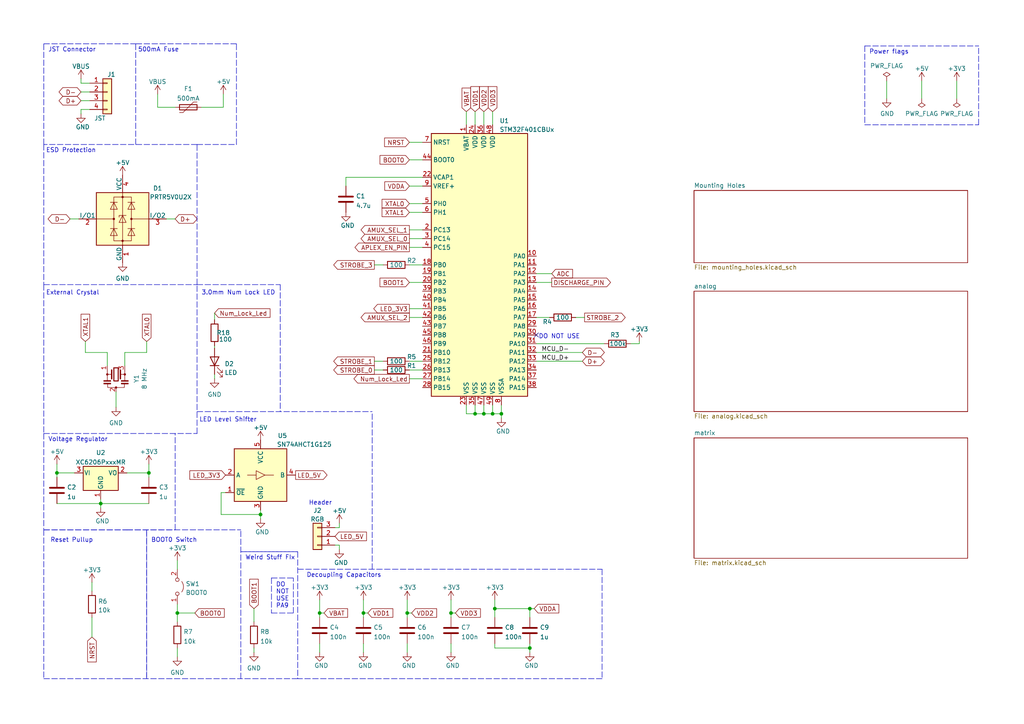
<source format=kicad_sch>
(kicad_sch (version 20211123) (generator eeschema)
  (paper "A4")
  (title_block (title "EC23U") (date "2022-11-18") (rev "1") (company "Cipulot PCB Design") (comment 1 "MIT License") (comment 2 "Cipulot"))
  (lib_symbols
    (symbol "Connector_Generic:Conn_01x03" (pin_names (offset 1.016) hide)
      (property "Reference" "J" (at 0 5.08 0))
      (property "Value" "Conn_01x03" (at 0 -5.08 0))
      (symbol "Conn_01x03_1_1"
        (rectangle (start -1.27 -2.413) (end 0 -2.667) (stroke (width 0.1524)))
        (rectangle (start -1.27 0.127) (end 0 -0.127) (stroke (width 0.1524)))
        (rectangle (start -1.27 2.667) (end 0 2.413) (stroke (width 0.1524)))
        (rectangle (start -1.27 3.81) (end 1.27 -3.81) (stroke (width 0.254)) (fill (type background)))
        (pin passive line (at -5.08 2.54 0) (length 3.81) (name "Pin_1") (number "1"))
        (pin passive line (at -5.08 0 0) (length 3.81) (name "Pin_2") (number "2"))
        (pin passive line (at -5.08 -2.54 0) (length 3.81) (name "Pin_3") (number "3"))
      )
    )
    (symbol "Connector_Generic:Conn_01x04" (pin_names (offset 1.016) hide)
      (property "Reference" "J" (at 0 5.08 0))
      (property "Value" "Conn_01x04" (at 0 -7.62 0))
      (symbol "Conn_01x04_1_1"
        (rectangle (start -1.27 -4.953) (end 0 -5.207) (stroke (width 0.1524)))
        (rectangle (start -1.27 -2.413) (end 0 -2.667) (stroke (width 0.1524)))
        (rectangle (start -1.27 0.127) (end 0 -0.127) (stroke (width 0.1524)))
        (rectangle (start -1.27 2.667) (end 0 2.413) (stroke (width 0.1524)))
        (rectangle (start -1.27 3.81) (end 1.27 -6.35) (stroke (width 0.254)) (fill (type background)))
        (pin passive line (at -5.08 2.54 0) (length 3.81) (name "Pin_1") (number "1"))
        (pin passive line (at -5.08 0 0) (length 3.81) (name "Pin_2") (number "2"))
        (pin passive line (at -5.08 -2.54 0) (length 3.81) (name "Pin_3") (number "3"))
        (pin passive line (at -5.08 -5.08 0) (length 3.81) (name "Pin_4") (number "4"))
      )
    )
    (symbol "Device:C" (pin_numbers hide) (pin_names (offset 0.254))
      (property "Reference" "C" (at 0.635 2.54 0))
      (property "Value" "C" (at 0.635 -2.54 0))
      (symbol "C_0_1"
        (polyline (pts (xy -2.032 -0.762) (xy 2.032 -0.762)) (stroke (width 0.508)))
        (polyline (pts (xy -2.032 0.762) (xy 2.032 0.762)) (stroke (width 0.508)))
      )
      (symbol "C_1_1"
        (pin passive line (at 0 3.81 270) (length 2.794) (name "~") (number "1"))
        (pin passive line (at 0 -3.81 90) (length 2.794) (name "~") (number "2"))
      )
    )
    (symbol "Device:LED" (pin_numbers hide) (pin_names (offset 1.016) hide)
      (property "Reference" "D" (at 0 2.54 0))
      (property "Value" "LED" (at 0 -2.54 0))
      (symbol "LED_0_1"
        (polyline (pts (xy -1.27 -1.27) (xy -1.27 1.27)) (stroke (width 0.254)))
        (polyline (pts (xy -1.27 0) (xy 1.27 0)))
        (polyline (pts (xy 1.27 -1.27) (xy 1.27 1.27) (xy -1.27 0) (xy 1.27 -1.27)) (stroke (width 0.254)))
        (polyline (pts (xy -3.048 -0.762) (xy -4.572 -2.286) (xy -3.81 -2.286) (xy -4.572 -2.286) (xy -4.572 -1.524)))
        (polyline (pts (xy -1.778 -0.762) (xy -3.302 -2.286) (xy -2.54 -2.286) (xy -3.302 -2.286) (xy -3.302 -1.524)))
      )
      (symbol "LED_1_1"
        (pin passive line (at -3.81 0 0) (length 2.54) (name "K") (number "1"))
        (pin passive line (at 3.81 0 180) (length 2.54) (name "A") (number "2"))
      )
    )
    (symbol "Device:Polyfuse" (pin_numbers hide) (pin_names (offset 0))
      (property "Reference" "F" (at -2.54 0 90))
      (property "Value" "Polyfuse" (at 2.54 0 90))
      (symbol "Polyfuse_0_1"
        (rectangle (start -0.762 2.54) (end 0.762 -2.54) (stroke (width 0.254)))
        (polyline (pts (xy 0 2.54) (xy 0 -2.54)))
        (polyline (pts (xy -1.524 2.54) (xy -1.524 1.524) (xy 1.524 -1.524) (xy 1.524 -2.54)))
      )
      (symbol "Polyfuse_1_1"
        (pin passive line (at 0 3.81 270) (length 1.27) (name "~") (number "1"))
        (pin passive line (at 0 -3.81 90) (length 1.27) (name "~") (number "2"))
      )
    )
    (symbol "Device:R" (pin_numbers hide) (pin_names (offset 0))
      (property "Reference" "R" (at 2.032 0 90))
      (property "Value" "R" (at 0 0 90))
      (symbol "R_0_1"
        (rectangle (start -1.016 -2.54) (end 1.016 2.54) (stroke (width 0.254)))
      )
      (symbol "R_1_1"
        (pin passive line (at 0 3.81 270) (length 1.27) (name "~") (number "1"))
        (pin passive line (at 0 -3.81 90) (length 1.27) (name "~") (number "2"))
      )
    )
    (symbol "Device:Resonator_Small" (pin_names (offset 1.016) hide)
      (property "Reference" "Y" (at 3.175 1.905 0))
      (property "Value" "Resonator_Small" (at 3.175 0 0))
      (symbol "Resonator_Small_0_1"
        (rectangle (start -3.556 -2.54) (end -1.524 -2.794) (fill (type outline)))
        (rectangle (start -3.556 -1.778) (end -1.524 -2.032) (fill (type outline)))
        (circle (center -2.54 0) (radius 0.254) (fill (type outline)))
        (rectangle (start -0.635 1.905) (end 0.635 -1.905) (stroke (width 0.3048)))
        (circle (center 0 -3.81) (radius 0.254) (fill (type outline)))
        (polyline (pts (xy -2.54 -1.778) (xy -2.54 0)))
        (polyline (pts (xy -2.54 0) (xy -1.397 0)))
        (polyline (pts (xy -2.54 1.27) (xy -2.54 0)))
        (polyline (pts (xy -1.27 -1.27) (xy -1.27 1.27)) (stroke (width 0.381)))
        (polyline (pts (xy 1.27 -1.27) (xy 1.27 1.27)) (stroke (width 0.381)))
        (polyline (pts (xy 1.27 0) (xy 2.54 0)))
        (polyline (pts (xy 2.54 0) (xy 2.54 -1.778)))
        (polyline (pts (xy 2.54 1.27) (xy 2.54 0)))
        (polyline (pts (xy 2.413 -2.794) (xy 2.413 -3.81) (xy -2.413 -3.81) (xy -2.413 -2.667)))
        (rectangle (start 1.524 -2.54) (end 3.556 -2.794) (fill (type outline)))
        (rectangle (start 1.524 -1.778) (end 3.556 -2.032) (fill (type outline)))
        (circle (center 2.54 0) (radius 0.254) (fill (type outline)))
      )
      (symbol "Resonator_Small_1_1"
        (pin passive line (at -2.54 2.54 270) (length 1.27) (name "1") (number "1"))
        (pin passive line (at 0 -5.08 90) (length 1.27) (name "2") (number "2"))
        (pin passive line (at 2.54 2.54 270) (length 1.27) (name "3") (number "3"))
      )
    )
    (symbol "Jumper:Jumper_2_Open" (pin_names (offset 0) hide)
      (property "Reference" "JP" (at 0 2.794 0))
      (property "Value" "Jumper_2_Open" (at 0 -2.286 0))
      (symbol "Jumper_2_Open_0_0"
        (circle (center -2.032 0) (radius 0.508))
        (circle (center 2.032 0) (radius 0.508))
      )
      (symbol "Jumper_2_Open_0_1"
        (arc (start 1.524 1.27) (mid 0 1.778) (end -1.524 1.27))
      )
      (symbol "Jumper_2_Open_1_1"
        (pin passive line (at -5.08 0 0) (length 2.54) (name "A") (number "1"))
        (pin passive line (at 5.08 0 180) (length 2.54) (name "B") (number "2"))
      )
    )
    (symbol "MCU_ST_STM32F4:STM32F401CBUx"
      (property "Reference" "U" (at -15.24 39.37 0))
      (property "Value" "STM32F401CBUx" (at 5.08 39.37 0))
      (symbol "STM32F401CBUx_0_1"
        (rectangle (start -15.24 -38.1) (end 12.7 38.1) (stroke (width 0.254)) (fill (type background)))
      )
      (symbol "STM32F401CBUx_1_1"
        (pin power_in line (at -5.08 40.64 270) (length 2.54) (name "VBAT") (number "1"))
        (pin bidirectional line (at 15.24 2.54 180) (length 2.54) (name "PA0") (number "10"))
        (pin bidirectional line (at 15.24 0 180) (length 2.54) (name "PA1") (number "11"))
        (pin bidirectional line (at 15.24 -2.54 180) (length 2.54) (name "PA2") (number "12"))
        (pin bidirectional line (at 15.24 -5.08 180) (length 2.54) (name "PA3") (number "13"))
        (pin bidirectional line (at 15.24 -7.62 180) (length 2.54) (name "PA4") (number "14"))
        (pin bidirectional line (at 15.24 -10.16 180) (length 2.54) (name "PA5") (number "15"))
        (pin bidirectional line (at 15.24 -12.7 180) (length 2.54) (name "PA6") (number "16"))
        (pin bidirectional line (at 15.24 -15.24 180) (length 2.54) (name "PA7") (number "17"))
        (pin bidirectional line (at -17.78 0 0) (length 2.54) (name "PB0") (number "18"))
        (pin bidirectional line (at -17.78 -2.54 0) (length 2.54) (name "PB1") (number "19"))
        (pin bidirectional line (at -17.78 10.16 0) (length 2.54) (name "PC13") (number "2"))
        (pin bidirectional line (at -17.78 -5.08 0) (length 2.54) (name "PB2") (number "20"))
        (pin bidirectional line (at -17.78 -25.4 0) (length 2.54) (name "PB10") (number "21"))
        (pin power_in line (at -17.78 25.4 0) (length 2.54) (name "VCAP1") (number "22"))
        (pin power_in line (at -5.08 -40.64 90) (length 2.54) (name "VSS") (number "23"))
        (pin power_in line (at -2.54 40.64 270) (length 2.54) (name "VDD") (number "24"))
        (pin bidirectional line (at -17.78 -27.94 0) (length 2.54) (name "PB12") (number "25"))
        (pin bidirectional line (at -17.78 -30.48 0) (length 2.54) (name "PB13") (number "26"))
        (pin bidirectional line (at -17.78 -33.02 0) (length 2.54) (name "PB14") (number "27"))
        (pin bidirectional line (at -17.78 -35.56 0) (length 2.54) (name "PB15") (number "28"))
        (pin bidirectional line (at 15.24 -17.78 180) (length 2.54) (name "PA8") (number "29"))
        (pin bidirectional line (at -17.78 7.62 0) (length 2.54) (name "PC14") (number "3"))
        (pin bidirectional line (at 15.24 -20.32 180) (length 2.54) (name "PA9") (number "30"))
        (pin bidirectional line (at 15.24 -22.86 180) (length 2.54) (name "PA10") (number "31"))
        (pin bidirectional line (at 15.24 -25.4 180) (length 2.54) (name "PA11") (number "32"))
        (pin bidirectional line (at 15.24 -27.94 180) (length 2.54) (name "PA12") (number "33"))
        (pin bidirectional line (at 15.24 -30.48 180) (length 2.54) (name "PA13") (number "34"))
        (pin power_in line (at -2.54 -40.64 90) (length 2.54) (name "VSS") (number "35"))
        (pin power_in line (at 0 40.64 270) (length 2.54) (name "VDD") (number "36"))
        (pin bidirectional line (at 15.24 -33.02 180) (length 2.54) (name "PA14") (number "37"))
        (pin bidirectional line (at 15.24 -35.56 180) (length 2.54) (name "PA15") (number "38"))
        (pin bidirectional line (at -17.78 -7.62 0) (length 2.54) (name "PB3") (number "39"))
        (pin bidirectional line (at -17.78 5.08 0) (length 2.54) (name "PC15") (number "4"))
        (pin bidirectional line (at -17.78 -10.16 0) (length 2.54) (name "PB4") (number "40"))
        (pin bidirectional line (at -17.78 -12.7 0) (length 2.54) (name "PB5") (number "41"))
        (pin bidirectional line (at -17.78 -15.24 0) (length 2.54) (name "PB6") (number "42"))
        (pin bidirectional line (at -17.78 -17.78 0) (length 2.54) (name "PB7") (number "43"))
        (pin input line (at -17.78 30.48 0) (length 2.54) (name "BOOT0") (number "44"))
        (pin bidirectional line (at -17.78 -20.32 0) (length 2.54) (name "PB8") (number "45"))
        (pin bidirectional line (at -17.78 -22.86 0) (length 2.54) (name "PB9") (number "46"))
        (pin power_in line (at 0 -40.64 90) (length 2.54) (name "VSS") (number "47"))
        (pin power_in line (at 2.54 40.64 270) (length 2.54) (name "VDD") (number "48"))
        (pin power_in line (at 2.54 -40.64 90) (length 2.54) (name "VSS") (number "49"))
        (pin input line (at -17.78 17.78 0) (length 2.54) (name "PH0") (number "5"))
        (pin input line (at -17.78 15.24 0) (length 2.54) (name "PH1") (number "6"))
        (pin input line (at -17.78 35.56 0) (length 2.54) (name "NRST") (number "7"))
        (pin power_in line (at 5.08 -40.64 90) (length 2.54) (name "VSSA") (number "8"))
        (pin power_in line (at -17.78 22.86 0) (length 2.54) (name "VREF+") (number "9"))
      )
    )
    (symbol "Power_Protection:PRTR5V0U2X" (pin_names (offset 0))
      (property "Reference" "D" (at 2.794 8.636 0))
      (property "Value" "PRTR5V0U2X" (at 8.128 -9.398 0))
      (symbol "PRTR5V0U2X_0_1"
        (rectangle (start -7.62 -7.62) (end 7.62 7.62) (stroke (width 0.254)) (fill (type background)))
        (circle (center -2.54 0) (radius 0.254) (fill (type outline)))
        (rectangle (start -2.54 6.35) (end 2.54 -6.35))
        (circle (center 0 -6.35) (radius 0.254) (fill (type outline)))
        (polyline (pts (xy -2.54 0) (xy -7.62 0)))
        (polyline (pts (xy -1.524 -2.794) (xy -3.556 -2.794)))
        (polyline (pts (xy -1.524 4.826) (xy -3.556 4.826)))
        (polyline (pts (xy 0 -7.62) (xy 0 7.62)))
        (polyline (pts (xy 1.524 -2.794) (xy 3.556 -2.794)))
        (polyline (pts (xy 1.524 4.826) (xy 3.556 4.826)))
        (polyline (pts (xy 2.54 0) (xy 7.62 0)))
        (polyline (pts (xy 1.016 1.016) (xy -1.016 1.016) (xy -1.016 0.508)))
        (polyline (pts (xy -3.556 -4.826) (xy -1.524 -4.826) (xy -2.54 -2.794) (xy -3.556 -4.826)))
        (polyline (pts (xy -3.556 2.794) (xy -1.524 2.794) (xy -2.54 4.826) (xy -3.556 2.794)))
        (polyline (pts (xy -1.016 -1.016) (xy 1.016 -1.016) (xy 0 1.016) (xy -1.016 -1.016)))
        (polyline (pts (xy 3.556 -4.826) (xy 1.524 -4.826) (xy 2.54 -2.794) (xy 3.556 -4.826)))
        (polyline (pts (xy 3.556 2.794) (xy 1.524 2.794) (xy 2.54 4.826) (xy 3.556 2.794)))
        (circle (center 0 6.35) (radius 0.254) (fill (type outline)))
        (circle (center 2.54 0) (radius 0.254) (fill (type outline)))
      )
      (symbol "PRTR5V0U2X_1_1"
        (pin passive line (at 0 -12.7 90) (length 5.08) (name "GND") (number "1"))
        (pin passive line (at -12.7 0 0) (length 5.08) (name "I/O1") (number "2"))
        (pin passive line (at 12.7 0 180) (length 5.08) (name "I/O2") (number "3"))
        (pin passive line (at 0 12.7 270) (length 5.08) (name "VCC") (number "4"))
      )
    )
    (symbol "Regulator_Linear:XC6206PxxxMR" (pin_names (offset 0.254))
      (property "Reference" "U" (at -3.81 3.175 0))
      (property "Value" "XC6206PxxxMR" (at 0 3.175 0))
      (symbol "XC6206PxxxMR_0_1"
        (rectangle (start -5.08 1.905) (end 5.08 -5.08) (stroke (width 0.254)) (fill (type background)))
      )
      (symbol "XC6206PxxxMR_1_1"
        (pin power_in line (at 0 -7.62 90) (length 2.54) (name "GND") (number "1"))
        (pin power_out line (at 7.62 0 180) (length 2.54) (name "VO") (number "2"))
        (pin power_in line (at -7.62 0 0) (length 2.54) (name "VI") (number "3"))
      )
    )
    (symbol "cipulot_parts:SN74AHCT1G125"
      (property "Reference" "U" (at -6.35 11.43 0))
      (property "Value" "SN74AHCT1G125" (at 3.81 11.43 0))
      (symbol "SN74AHCT1G125_0_1"
        (rectangle (start -7.62 10.16) (end 7.62 -5.08) (stroke (width 0.254)) (fill (type background)))
        (polyline (pts (xy -3.81 2.54) (xy -1.27 2.54)))
        (polyline (pts (xy 3.81 2.54) (xy 1.27 2.54)))
        (polyline (pts (xy -1.27 1.27) (xy -1.27 3.81) (xy 1.27 2.54) (xy -1.27 1.27)))
      )
      (symbol "SN74AHCT1G125_1_1"
        (pin input line (at -10.16 -2.54 0) (length 2.54) (name "~{OE}") (number "1"))
        (pin input line (at -10.16 2.54 0) (length 2.54) (name "A") (number "2"))
        (pin power_in line (at 0 -7.62 90) (length 2.54) (name "GND") (number "3"))
        (pin output line (at 10.16 2.54 180) (length 2.54) (name "B") (number "4"))
        (pin power_in line (at 0 12.7 270) (length 2.54) (name "VCC") (number "5"))
      )
    )
    (symbol "power:+3.3V" (power) (pin_names (offset 0))
      (property "Value" "+3.3V" (at 0 3.556 0))
      (symbol "+3.3V_0_1"
        (polyline (pts (xy -0.762 1.27) (xy 0 2.54)))
        (polyline (pts (xy 0 0) (xy 0 2.54)))
        (polyline (pts (xy 0 2.54) (xy 0.762 1.27)))
      )
      (symbol "+3.3V_1_1"
        (pin power_in line (at 0 0 90) (length 0) hide (name "+3V3") (number "1"))
      )
    )
    (symbol "power:+5V" (power) (pin_names (offset 0))
      (property "Value" "+5V" (at 0 3.556 0))
      (symbol "+5V_0_1"
        (polyline (pts (xy -0.762 1.27) (xy 0 2.54)))
        (polyline (pts (xy 0 0) (xy 0 2.54)))
        (polyline (pts (xy 0 2.54) (xy 0.762 1.27)))
      )
      (symbol "+5V_1_1"
        (pin power_in line (at 0 0 90) (length 0) hide (name "+5V") (number "1"))
      )
    )
    (symbol "power:GND" (power) (pin_names (offset 0))
      (property "Value" "GND" (at 0 -3.81 0))
      (symbol "GND_0_1"
        (polyline (pts (xy 0 0) (xy 0 -1.27) (xy 1.27 -1.27) (xy 0 -2.54) (xy -1.27 -1.27) (xy 0 -1.27)))
      )
      (symbol "GND_1_1"
        (pin power_in line (at 0 0 270) (length 0) hide (name "GND") (number "1"))
      )
    )
    (symbol "power:PWR_FLAG" (power) (pin_numbers hide) (pin_names (offset 0) hide)
      (property "Value" "PWR_FLAG" (at 0 3.81 0))
      (symbol "PWR_FLAG_0_0"
        (pin power_out line (at 0 0 90) (length 0) (name "pwr") (number "1"))
      )
      (symbol "PWR_FLAG_0_1"
        (polyline (pts (xy 0 0) (xy 0 1.27) (xy -1.016 1.905) (xy 0 2.54) (xy 1.016 1.905) (xy 0 1.27)))
      )
    )
    (symbol "power:VBUS" (power) (pin_names (offset 0))
      (property "Value" "VBUS" (at 0 3.81 0))
      (symbol "VBUS_0_1"
        (polyline (pts (xy -0.762 1.27) (xy 0 2.54)))
        (polyline (pts (xy 0 0) (xy 0 2.54)))
        (polyline (pts (xy 0 2.54) (xy 0.762 1.27)))
      )
      (symbol "VBUS_1_1"
        (pin power_in line (at 0 0 90) (length 0) hide (name "VBUS") (number "1"))
      )
    )
  )
  (junction (at 143.51 176.53))
  (junction (at 153.67 176.53))
  (junction (at 140.335 120.015))
  (junction (at 137.795 120.015))
  (junction (at 130.81 177.8))
  (junction (at 51.435 177.8))
  (junction (at 142.875 120.015))
  (junction (at 92.71 177.8))
  (junction (at 145.415 120.015))
  (junction (at 43.18 137.16))
  (junction (at 29.21 146.05))
  (junction (at 118.11 177.8))
  (junction (at 105.41 177.8))
  (junction (at 153.67 187.96))
  (junction (at 75.565 149.225))
  (junction (at 16.51 137.16))
  (no_connect (at 155.575 97.155))
  (wire (pts (xy 43.18 137.16) (xy 43.18 138.43)))
  (polyline (pts (xy 36.83 196.85) (xy 69.85 196.85)))
  (wire (pts (xy 75.565 147.955) (xy 75.565 149.225)))
  (wire (pts (xy 143.51 187.96) (xy 153.67 187.96)))
  (polyline (pts (xy 78.74 177.8) (xy 85.09 177.8)))
  (wire (pts (xy 135.255 120.015) (xy 137.795 120.015)))
  (wire (pts (xy 92.71 186.69) (xy 92.71 189.23)))
  (polyline (pts (xy 57.15 82.55) (xy 81.28 82.55)))
  (polyline (pts (xy 12.7 82.55) (xy 12.7 125.73)))
  (wire (pts (xy 257.175 23.495) (xy 257.175 28.575)))
  (wire (pts (xy 118.745 66.675) (xy 122.555 66.675)))
  (wire (pts (xy 137.795 117.475) (xy 137.795 120.015)))
  (wire (pts (xy 118.745 41.275) (xy 122.555 41.275)))
  (wire (pts (xy 16.51 146.05) (xy 29.21 146.05)))
  (polyline (pts (xy 57.15 82.55) (xy 57.15 41.91)))
  (wire (pts (xy 97.155 153.035) (xy 98.425 153.035)))
  (wire (pts (xy 153.67 187.96) (xy 153.67 189.23)))
  (wire (pts (xy 92.71 173.99) (xy 92.71 177.8)))
  (wire (pts (xy 118.745 71.755) (xy 122.555 71.755)))
  (wire (pts (xy 137.795 36.195) (xy 137.795 32.385)))
  (wire (pts (xy 23.495 24.13) (xy 26.035 24.13)))
  (polyline (pts (xy 42.545 153.67) (xy 42.545 196.85)))
  (wire (pts (xy 26.67 168.91) (xy 26.67 171.45)))
  (wire (pts (xy 62.23 100.33) (xy 62.23 100.965)))
  (wire (pts (xy 23.495 31.75) (xy 26.035 31.75)))
  (polyline (pts (xy 85.09 177.8) (xy 85.09 167.64)))
  (wire (pts (xy 100.33 51.435) (xy 100.33 53.975)))
  (polyline (pts (xy 12.7 41.91) (xy 12.7 63.5)))
  (wire (pts (xy 118.745 109.855) (xy 122.555 109.855)))
  (wire (pts (xy 118.745 81.915) (xy 122.555 81.915)))
  (wire (pts (xy 108.585 104.775) (xy 111.125 104.775)))
  (wire (pts (xy 58.42 31.115) (xy 64.77 31.115)))
  (wire (pts (xy 118.745 69.215) (xy 122.555 69.215)))
  (wire (pts (xy 140.335 36.195) (xy 140.335 32.385)))
  (wire (pts (xy 118.745 107.315) (xy 122.555 107.315)))
  (wire (pts (xy 16.51 137.16) (xy 16.51 138.43)))
  (polyline (pts (xy 81.28 82.55) (xy 81.28 119.38)))
  (polyline (pts (xy 78.74 167.64) (xy 85.09 167.64)))
  (wire (pts (xy 185.42 99.695) (xy 185.42 99.06)))
  (wire (pts (xy 153.67 186.69) (xy 153.67 187.96)))
  (wire (pts (xy 73.66 176.53) (xy 73.66 180.34)))
  (wire (pts (xy 105.41 179.07) (xy 105.41 177.8)))
  (polyline (pts (xy 36.83 153.67) (xy 50.8 153.67)))
  (wire (pts (xy 42.545 99.06) (xy 42.545 102.235)))
  (wire (pts (xy 62.23 109.855) (xy 62.23 108.585)))
  (wire (pts (xy 118.745 76.835) (xy 122.555 76.835)))
  (wire (pts (xy 118.745 61.595) (xy 122.555 61.595)))
  (wire (pts (xy 33.655 113.665) (xy 33.655 118.11)))
  (wire (pts (xy 23.495 26.67) (xy 26.035 26.67)))
  (wire (pts (xy 105.41 186.69) (xy 105.41 189.23)))
  (wire (pts (xy 98.425 153.035) (xy 98.425 151.765)))
  (wire (pts (xy 118.11 173.99) (xy 118.11 177.8)))
  (wire (pts (xy 169.545 92.075) (xy 167.005 92.075)))
  (wire (pts (xy 75.565 149.225) (xy 75.565 150.495)))
  (polyline (pts (xy 57.15 125.73) (xy 57.15 82.55)))
  (polyline (pts (xy 86.36 160.02) (xy 86.36 196.85)))
  (wire (pts (xy 182.88 99.695) (xy 185.42 99.695)))
  (wire (pts (xy 29.21 146.05) (xy 43.18 146.05)))
  (wire (pts (xy 51.435 187.96) (xy 51.435 190.5)))
  (wire (pts (xy 140.335 117.475) (xy 140.335 120.015)))
  (polyline (pts (xy 107.95 120.015) (xy 107.95 165.1)))
  (wire (pts (xy 64.135 142.875) (xy 64.135 149.225)))
  (wire (pts (xy 155.575 99.695) (xy 175.26 99.695)))
  (wire (pts (xy 23.495 29.21) (xy 26.035 29.21)))
  (wire (pts (xy 64.77 31.115) (xy 64.77 27.305)))
  (polyline (pts (xy 86.36 160.02) (xy 69.85 160.02)))
  (wire (pts (xy 118.11 186.69) (xy 118.11 189.23)))
  (wire (pts (xy 29.21 146.05) (xy 29.21 147.32)))
  (wire (pts (xy 73.66 187.96) (xy 73.66 189.23)))
  (wire (pts (xy 108.585 107.315) (xy 111.125 107.315)))
  (wire (pts (xy 51.435 162.56) (xy 51.435 165.1)))
  (wire (pts (xy 118.11 179.07) (xy 118.11 177.8)))
  (polyline (pts (xy 42.545 196.85) (xy 42.545 153.67)))
  (wire (pts (xy 130.81 173.99) (xy 130.81 177.8)))
  (wire (pts (xy 135.255 36.195) (xy 135.255 32.385)))
  (wire (pts (xy 16.51 137.16) (xy 21.59 137.16)))
  (wire (pts (xy 142.875 36.195) (xy 142.875 32.385)))
  (wire (pts (xy 51.435 175.26) (xy 51.435 177.8)))
  (wire (pts (xy 155.575 79.375) (xy 160.02 79.375)))
  (wire (pts (xy 118.745 104.775) (xy 122.555 104.775)))
  (wire (pts (xy 20.32 63.5) (xy 22.86 63.5)))
  (wire (pts (xy 108.585 76.835) (xy 111.125 76.835)))
  (wire (pts (xy 45.72 27.305) (xy 45.72 31.115)))
  (wire (pts (xy 130.81 177.8) (xy 130.81 179.07)))
  (wire (pts (xy 153.67 176.53) (xy 153.67 179.07)))
  (polyline (pts (xy 12.7 12.7) (xy 39.37 12.7)))
  (polyline (pts (xy 86.36 165.1) (xy 174.625 165.1)))
  (polyline (pts (xy 36.83 153.67) (xy 69.85 153.67)))
  (polyline (pts (xy 12.7 125.73) (xy 57.15 125.73)))
  (polyline (pts (xy 12.7 125.73) (xy 12.7 153.67)))
  (polyline (pts (xy 250.825 36.195) (xy 283.845 36.195)))
  (polyline (pts (xy 12.7 153.67) (xy 36.83 153.67)))
  (polyline (pts (xy 86.36 196.85) (xy 69.85 196.85)))
  (polyline (pts (xy 12.7 196.85) (xy 36.83 196.85)))
  (polyline (pts (xy 39.37 41.91) (xy 39.37 12.7)))
  (wire (pts (xy 267.335 23.495) (xy 267.335 28.575)))
  (wire (pts (xy 137.795 120.015) (xy 140.335 120.015)))
  (polyline (pts (xy 69.85 196.85) (xy 69.85 153.67)))
  (wire (pts (xy 48.26 63.5) (xy 50.8 63.5)))
  (polyline (pts (xy 12.7 63.5) (xy 12.7 82.55)))
  (wire (pts (xy 51.435 177.8) (xy 56.515 177.8)))
  (wire (pts (xy 135.255 117.475) (xy 135.255 120.015)))
  (polyline (pts (xy 12.7 153.67) (xy 12.7 196.85)))
  (wire (pts (xy 142.875 117.475) (xy 142.875 120.015)))
  (wire (pts (xy 43.18 134.62) (xy 43.18 137.16)))
  (wire (pts (xy 31.115 102.235) (xy 31.115 106.045)))
  (wire (pts (xy 118.745 92.075) (xy 122.555 92.075)))
  (wire (pts (xy 51.435 177.8) (xy 51.435 180.34)))
  (polyline (pts (xy 12.7 153.67) (xy 36.83 153.67)))
  (wire (pts (xy 155.575 104.775) (xy 168.91 104.775)))
  (wire (pts (xy 92.71 177.8) (xy 92.71 179.07)))
  (wire (pts (xy 143.51 179.07) (xy 143.51 176.53)))
  (wire (pts (xy 142.875 120.015) (xy 145.415 120.015)))
  (polyline (pts (xy 50.8 153.67) (xy 50.8 125.73)))
  (wire (pts (xy 130.81 186.69) (xy 130.81 189.23)))
  (polyline (pts (xy 174.625 165.1) (xy 174.625 196.85)))
  (wire (pts (xy 93.98 177.8) (xy 92.71 177.8)))
  (wire (pts (xy 143.51 186.69) (xy 143.51 187.96)))
  (wire (pts (xy 145.415 117.475) (xy 145.415 120.015)))
  (wire (pts (xy 105.41 177.8) (xy 106.68 177.8)))
  (wire (pts (xy 143.51 173.99) (xy 143.51 176.53)))
  (wire (pts (xy 130.81 177.8) (xy 132.08 177.8)))
  (polyline (pts (xy 283.845 36.195) (xy 283.845 13.335)))
  (wire (pts (xy 16.51 134.62) (xy 16.51 137.16)))
  (wire (pts (xy 97.155 158.115) (xy 98.425 158.115)))
  (wire (pts (xy 64.135 149.225) (xy 75.565 149.225)))
  (wire (pts (xy 64.135 142.875) (xy 65.405 142.875)))
  (wire (pts (xy 140.335 120.015) (xy 142.875 120.015)))
  (wire (pts (xy 277.495 23.495) (xy 277.495 28.575)))
  (wire (pts (xy 29.21 144.78) (xy 29.21 146.05)))
  (wire (pts (xy 45.72 31.115) (xy 50.8 31.115)))
  (wire (pts (xy 100.33 51.435) (xy 122.555 51.435)))
  (wire (pts (xy 24.765 99.06) (xy 24.765 102.235)))
  (wire (pts (xy 155.575 102.235) (xy 168.91 102.235)))
  (wire (pts (xy 118.745 46.355) (xy 122.555 46.355)))
  (wire (pts (xy 155.575 81.915) (xy 160.02 81.915)))
  (polyline (pts (xy 57.15 41.91) (xy 12.7 41.91)))
  (wire (pts (xy 36.83 137.16) (xy 43.18 137.16)))
  (polyline (pts (xy 174.625 196.85) (xy 86.36 196.85)))
  (polyline (pts (xy 69.85 160.02) (xy 86.36 160.02)))
  (polyline (pts (xy 12.7 82.55) (xy 57.15 82.55)))
  (polyline (pts (xy 78.74 167.64) (xy 78.74 177.8)))
  (wire (pts (xy 26.67 179.07) (xy 26.67 184.785)))
  (wire (pts (xy 105.41 173.99) (xy 105.41 177.8)))
  (wire (pts (xy 153.67 176.53) (xy 154.94 176.53)))
  (wire (pts (xy 98.425 158.115) (xy 98.425 159.385)))
  (polyline (pts (xy 12.7 41.91) (xy 12.7 12.7)))
  (wire (pts (xy 36.195 106.045) (xy 36.195 102.235)))
  (wire (pts (xy 159.385 92.075) (xy 155.575 92.075)))
  (wire (pts (xy 24.765 102.235) (xy 31.115 102.235)))
  (polyline (pts (xy 68.58 12.7) (xy 39.37 12.7)))
  (polyline (pts (xy 250.825 13.335) (xy 283.845 13.335)))
  (wire (pts (xy 23.495 22.86) (xy 23.495 24.13)))
  (wire (pts (xy 118.11 177.8) (xy 119.38 177.8)))
  (polyline (pts (xy 57.15 119.38) (xy 107.95 119.38)))
  (polyline (pts (xy 68.58 41.91) (xy 68.58 12.7)))
  (wire (pts (xy 122.555 53.975) (xy 118.745 53.975)))
  (polyline (pts (xy 250.825 13.335) (xy 250.825 36.195)))
  (wire (pts (xy 118.745 89.535) (xy 122.555 89.535)))
  (wire (pts (xy 62.23 90.805) (xy 62.23 92.71)))
  (wire (pts (xy 143.51 176.53) (xy 153.67 176.53)))
  (polyline (pts (xy 57.15 41.91) (xy 68.58 41.91)))
  (wire (pts (xy 36.195 102.235) (xy 42.545 102.235)))
  (wire (pts (xy 145.415 121.285) (xy 145.415 120.015)))
  (wire (pts (xy 23.495 33.02) (xy 23.495 31.75)))
  (wire (pts (xy 118.745 59.055) (xy 122.555 59.055)))
  (text "Voltage Regulator" (at 13.97 128.27 0) (effects (font (size 1.27 1.27)) (justify left bottom)))
  (text "Weird Stuff FIx" (at 71.12 162.56 0) (effects (font (size 1.27 1.27)) (justify left bottom)))
  (text "3.0mm Num Lock LED" (at 58.42 85.725 0) (effects (font (size 1.27 1.27)) (justify left bottom)))
  (text "Decoupling Capacitors" (at 88.9 167.64 0) (effects (font (size 1.27 1.27)) (justify left bottom)))
  (text "BOOT0 Switch" (at 43.815 157.48 0) (effects (font (size 1.27 1.27)) (justify left bottom)))
  (text "DO NOT USE" (at 156.21 98.425 0) (effects (font (size 1.27 1.27)) (justify left bottom)))
  (text "DO\nNOT\nUSE\nPA9\n" (at 80.01 176.53 0) (effects (font (size 1.27 1.27)) (justify left bottom)))
  (text "LED Level Shifter\n" (at 57.785 122.555 0) (effects (font (size 1.27 1.27)) (justify left bottom)))
  (text "External Crystal\n" (at 13.335 85.725 0) (effects (font (size 1.27 1.27)) (justify left bottom)))
  (text "500mA Fuse\n" (at 40.005 15.24 0) (effects (font (size 1.27 1.27)) (justify left bottom)))
  (text "Header" (at 89.535 146.685 0) (effects (font (size 1.27 1.27)) (justify left bottom)))
  (text "JST Connector\n" (at 13.97 15.24 0) (effects (font (size 1.27 1.27)) (justify left bottom)))
  (text "ESD Protection\n" (at 13.335 44.45 0) (effects (font (size 1.27 1.27)) (justify left bottom)))
  (text "Reset Pullup" (at 14.605 157.48 0) (effects (font (size 1.27 1.27)) (justify left bottom)))
  (text "Power flags\n" (at 252.095 15.875 0) (effects (font (size 1.27 1.27)) (justify left bottom)))
  (label "MCU_D+" (at 165.1 104.775 180))
  (label "MCU_D-" (at 165.1 102.235 180))
  (global_label "XTAL1" (shape input) (at 118.745 61.595 180) (property "Intersheet References" "${INTERSHEET_REFS}" (effects hide)))
  (global_label "VDD1" (shape input) (at 137.795 32.385 90) (property "Intersheet References" "${INTERSHEET_REFS}" (effects hide)))
  (global_label "D+" (shape bidirectional) (at 50.8 63.5 0) (property "Intersheet References" "${INTERSHEET_REFS}" (effects hide)))
  (global_label "NRST" (shape input) (at 26.67 184.785 270) (property "Intersheet References" "${INTERSHEET_REFS}" (effects hide)))
  (global_label "BOOT1" (shape input) (at 73.66 176.53 90) (property "Intersheet References" "${INTERSHEET_REFS}" (effects hide)))
  (global_label "LED_5V" (shape output) (at 85.725 137.795 0) (property "Intersheet References" "${INTERSHEET_REFS}" (effects hide)))
  (global_label "LED_3V3" (shape input) (at 65.405 137.795 180) (property "Intersheet References" "${INTERSHEET_REFS}" (effects hide)))
  (global_label "VDD2" (shape input) (at 119.38 177.8 0) (property "Intersheet References" "${INTERSHEET_REFS}" (effects hide)))
  (global_label "AMUX_SEL_0" (shape output) (at 118.745 69.215 180) (property "Intersheet References" "${INTERSHEET_REFS}" (effects hide)))
  (global_label "DISCHARGE_PIN" (shape output) (at 160.02 81.915 0) (property "Intersheet References" "${INTERSHEET_REFS}" (effects hide)))
  (global_label "D-" (shape bidirectional) (at 168.91 102.235 0) (property "Intersheet References" "${INTERSHEET_REFS}" (effects hide)))
  (global_label "Num_Lock_Led" (shape input) (at 62.23 90.805 0) (property "Intersheet References" "${INTERSHEET_REFS}" (effects hide)))
  (global_label "VDD3" (shape input) (at 132.08 177.8 0) (property "Intersheet References" "${INTERSHEET_REFS}" (effects hide)))
  (global_label "VDD3" (shape input) (at 142.875 32.385 90) (property "Intersheet References" "${INTERSHEET_REFS}" (effects hide)))
  (global_label "VBAT" (shape input) (at 135.255 32.385 90) (property "Intersheet References" "${INTERSHEET_REFS}" (effects hide)))
  (global_label "XTAL0" (shape input) (at 42.545 99.06 90) (property "Intersheet References" "${INTERSHEET_REFS}" (effects hide)))
  (global_label "XTAL1" (shape input) (at 24.765 99.06 90) (property "Intersheet References" "${INTERSHEET_REFS}" (effects hide)))
  (global_label "Num_Lock_Led" (shape output) (at 118.745 109.855 180) (property "Intersheet References" "${INTERSHEET_REFS}" (effects hide)))
  (global_label "LED_5V" (shape input) (at 97.155 155.575 0) (property "Intersheet References" "${INTERSHEET_REFS}" (effects hide)))
  (global_label "D-" (shape bidirectional) (at 23.495 26.67 180) (property "Intersheet References" "${INTERSHEET_REFS}" (effects hide)))
  (global_label "NRST" (shape input) (at 118.745 41.275 180) (property "Intersheet References" "${INTERSHEET_REFS}" (effects hide)))
  (global_label "XTAL0" (shape input) (at 118.745 59.055 180) (property "Intersheet References" "${INTERSHEET_REFS}" (effects hide)))
  (global_label "STROBE_2" (shape output) (at 169.545 92.075 0) (property "Intersheet References" "${INTERSHEET_REFS}" (effects hide)))
  (global_label "APLEX_EN_PIN" (shape output) (at 118.745 71.755 180) (property "Intersheet References" "${INTERSHEET_REFS}" (effects hide)))
  (global_label "D-" (shape bidirectional) (at 20.32 63.5 180) (property "Intersheet References" "${INTERSHEET_REFS}" (effects hide)))
  (global_label "VDD1" (shape input) (at 106.68 177.8 0) (property "Intersheet References" "${INTERSHEET_REFS}" (effects hide)))
  (global_label "VDDA" (shape input) (at 118.745 53.975 180) (property "Intersheet References" "${INTERSHEET_REFS}" (effects hide)))
  (global_label "VBAT" (shape input) (at 93.98 177.8 0) (property "Intersheet References" "${INTERSHEET_REFS}" (effects hide)))
  (global_label "AMUX_SEL_2" (shape output) (at 118.745 92.075 180) (property "Intersheet References" "${INTERSHEET_REFS}" (effects hide)))
  (global_label "BOOT0" (shape input) (at 118.745 46.355 180) (property "Intersheet References" "${INTERSHEET_REFS}" (effects hide)))
  (global_label "STROBE_1" (shape output) (at 108.585 104.775 180) (property "Intersheet References" "${INTERSHEET_REFS}" (effects hide)))
  (global_label "D+" (shape bidirectional) (at 23.495 29.21 180) (property "Intersheet References" "${INTERSHEET_REFS}" (effects hide)))
  (global_label "BOOT0" (shape input) (at 56.515 177.8 0) (property "Intersheet References" "${INTERSHEET_REFS}" (effects hide)))
  (global_label "D+" (shape bidirectional) (at 168.91 104.775 0) (property "Intersheet References" "${INTERSHEET_REFS}" (effects hide)))
  (global_label "VDDA" (shape input) (at 154.94 176.53 0) (property "Intersheet References" "${INTERSHEET_REFS}" (effects hide)))
  (global_label "BOOT1" (shape input) (at 118.745 81.915 180) (property "Intersheet References" "${INTERSHEET_REFS}" (effects hide)))
  (global_label "VDD2" (shape input) (at 140.335 32.385 90) (property "Intersheet References" "${INTERSHEET_REFS}" (effects hide)))
  (global_label "STROBE_3" (shape output) (at 108.585 76.835 180) (property "Intersheet References" "${INTERSHEET_REFS}" (effects hide)))
  (global_label "STROBE_0" (shape output) (at 108.585 107.315 180) (property "Intersheet References" "${INTERSHEET_REFS}" (effects hide)))
  (global_label "ADC" (shape input) (at 160.02 79.375 0) (property "Intersheet References" "${INTERSHEET_REFS}" (effects hide)))
  (global_label "LED_3V3" (shape output) (at 118.745 89.535 180) (property "Intersheet References" "${INTERSHEET_REFS}" (effects hide)))
  (global_label "AMUX_SEL_1" (shape output) (at 118.745 66.675 180) (property "Intersheet References" "${INTERSHEET_REFS}" (effects hide)))
  (symbol (lib_id "cipulot_parts:SN74AHCT1G125") (at 75.565 140.335 0) (unit 1)
    (property "Reference" "U5" (at 81.915 126.365 0))
    (property "Value" "SN74AHCT1G125" (at 88.265 128.905 0))
    (property "Footprint" "Package_TO_SOT_SMD:SOT-23-5" (effects hide))
    (property "Datasheet" "https://www.ti.com/cn/lit/ds/symlink/sn74ahct1g125.pdf?ts=1660138492922" (effects hide))
    (property "LCSC" "C7484" (effects hide))
  )
  (symbol (lib_id "power:GND") (at 105.41 189.23 0) (unit 1)
    (property "Reference" "#PWR026" (effects hide))
    (property "Value" "GND" (at 107.95 193.04 0) (effects (justify right)))
  )
  (symbol (lib_id "power:PWR_FLAG") (at 277.495 28.575 180) (unit 1)
    (property "Reference" "#FLG03" (effects hide))
    (property "Value" "PWR_FLAG" (at 277.495 32.9692 0))
  )
  (symbol (lib_id "power:GND") (at 257.175 28.575 0) (unit 1)
    (property "Reference" "#PWR06" (effects hide))
    (property "Value" "GND" (at 257.302 32.9692 0))
  )
  (symbol (lib_id "power:GND") (at 35.56 76.2 0) (unit 1)
    (property "Reference" "#PWR010" (effects hide))
    (property "Value" "GND" (at 35.56 80.7625 0))
  )
  (symbol (lib_id "power:+3.3V") (at 185.42 99.06 0) (unit 1)
    (property "Reference" "#PWR011" (effects hide))
    (property "Value" "+3.3V" (at 185.42 95.4555 0))
  )
  (symbol (lib_id "MCU_ST_STM32F4:STM32F401CBUx") (at 140.335 76.835 0) (unit 1)
    (property "Reference" "U1" (at 144.8944 35.0352 0) (effects (justify left)))
    (property "Value" "STM32F401CBUx" (at 144.8944 37.5721 0) (effects (justify left)))
    (property "Footprint" "Package_DFN_QFN:QFN-48-1EP_7x7mm_P0.5mm_EP5.6x5.6mm" (effects hide))
    (property "Datasheet" "http://www.st.com/st-web-ui/static/active/en/resource/technical/document/datasheet/DM00086815.pdf" (effects hide))
    (property "LCSC" "C118825" (effects hide))
  )
  (symbol (lib_id "power:GND") (at 75.565 150.495 0) (unit 1)
    (property "Reference" "#PWR049" (effects hide))
    (property "Value" "GND" (at 78.105 154.305 0) (effects (justify right)))
  )
  (symbol (lib_id "power:+3.3V") (at 51.435 162.56 0) (unit 1)
    (property "Reference" "#PWR017" (effects hide))
    (property "Value" "+3.3V" (at 51.435 158.9555 0))
  )
  (symbol (lib_id "Device:R") (at 26.67 175.26 0) (unit 1)
    (property "Reference" "R6" (at 28.448 174.4253 0) (effects (justify left)))
    (property "Value" "10k" (at 28.448 176.9622 0) (effects (justify left)))
    (property "Footprint" "Resistor_SMD:R_0402_1005Metric" (effects hide))
    (property "LCSC" "C25744" (effects hide))
  )
  (symbol (lib_id "power:GND") (at 100.33 61.595 0) (unit 1)
    (property "Reference" "#PWR09" (effects hide))
    (property "Value" "GND" (at 102.87 65.405 0) (effects (justify right)))
  )
  (symbol (lib_id "Jumper:Jumper_2_Open") (at 51.435 170.18 270) (mirror x) (unit 1)
    (property "Reference" "SW1" (at 53.848 169.3453 90) (effects (justify left)))
    (property "Value" "BOOT0" (at 53.848 171.8822 90) (effects (justify left)))
    (property "Footprint" "Connector_PinHeader_2.00mm:PinHeader_1x02_P2.00mm_Vertical" (effects hide))
  )
  (symbol (lib_id "power:+3.3V") (at 92.71 173.99 0) (unit 1)
    (property "Reference" "#PWR019" (effects hide))
    (property "Value" "+3.3V" (at 92.71 170.3855 0))
  )
  (symbol (lib_id "Device:R") (at 163.195 92.075 270) (unit 1)
    (property "Reference" "R4" (at 158.75 93.345 90))
    (property "Value" "100" (at 163.195 92.075 90))
    (property "Footprint" "Resistor_SMD:R_0402_1005Metric" (effects hide))
    (property "LCSC" "C25076" (effects hide))
  )
  (symbol (lib_id "power:+3.3V") (at 118.11 173.99 0) (unit 1)
    (property "Reference" "#PWR021" (effects hide))
    (property "Value" "+3.3V" (at 118.11 170.3855 0))
  )
  (symbol (lib_id "Connector_Generic:Conn_01x04") (at 31.115 26.67 0) (unit 1)
    (property "Reference" "J1" (at 31.115 21.59 0) (effects (justify left)))
    (property "Value" "JST" (at 27.305 34.29 0) (effects (justify left)))
    (property "Footprint" "Connector_JST:JST_EH_S4B-EH_1x04_P2.50mm_Horizontal" (effects hide))
    (property "LCSC" "C265068" (effects hide))
  )
  (symbol (lib_id "Device:C") (at 92.71 182.88 0) (unit 1)
    (property "Reference" "C4" (at 95.631 181.9715 0) (effects (justify left)))
    (property "Value" "100n" (at 95.631 184.7466 0) (effects (justify left)))
    (property "Footprint" "Capacitor_SMD:C_0402_1005Metric" (effects hide))
    (property "LCSC" "C307331" (effects hide))
  )
  (symbol (lib_id "Device:C") (at 16.51 142.24 0) (unit 1)
    (property "Reference" "C2" (at 19.431 141.3315 0) (effects (justify left)))
    (property "Value" "1u" (at 19.431 144.1066 0) (effects (justify left)))
    (property "Footprint" "Capacitor_SMD:C_0402_1005Metric" (effects hide))
    (property "LCSC" "C52923" (effects hide))
  )
  (symbol (lib_id "power:+5V") (at 267.335 23.495 0) (unit 1)
    (property "Reference" "#PWR02" (effects hide))
    (property "Value" "+5V" (at 267.335 19.8905 0))
  )
  (symbol (lib_id "power:+3.3V") (at 143.51 173.99 0) (unit 1)
    (property "Reference" "#PWR023" (effects hide))
    (property "Value" "+3.3V" (at 143.51 170.3855 0))
  )
  (symbol (lib_id "power:GND") (at 92.71 189.23 0) (unit 1)
    (property "Reference" "#PWR025" (effects hide))
    (property "Value" "GND" (at 95.25 193.04 0) (effects (justify right)))
  )
  (symbol (lib_id "power:GND") (at 62.23 109.855 0) (unit 1)
    (property "Reference" "#PWR052" (effects hide))
    (property "Value" "GND" (at 62.23 114.4175 0))
  )
  (symbol (lib_id "Device:LED") (at 62.23 104.775 90) (unit 1)
    (property "Reference" "D2" (at 65.151 105.5278 90) (effects (justify right)))
    (property "Value" "LED" (at 65.151 108.0647 90) (effects (justify right)))
    (property "Footprint" "LED_THT:LED_D3.0mm" (effects hide))
  )
  (symbol (lib_id "power:+3.3V") (at 277.495 23.495 0) (unit 1)
    (property "Reference" "#PWR03" (effects hide))
    (property "Value" "+3.3V" (at 277.495 19.8905 0))
  )
  (symbol (lib_id "Device:C") (at 105.41 182.88 0) (unit 1)
    (property "Reference" "C5" (at 108.331 181.9715 0) (effects (justify left)))
    (property "Value" "100n" (at 108.331 184.7466 0) (effects (justify left)))
    (property "Footprint" "Capacitor_SMD:C_0402_1005Metric" (effects hide))
    (property "LCSC" "C307331" (effects hide))
  )
  (symbol (lib_id "power:GND") (at 145.415 121.285 0) (unit 1)
    (property "Reference" "#PWR015" (effects hide))
    (property "Value" "GND" (at 147.955 125.095 0) (effects (justify right)))
  )
  (symbol (lib_id "Device:C") (at 43.18 142.24 0) (unit 1)
    (property "Reference" "C3" (at 46.101 141.3315 0) (effects (justify left)))
    (property "Value" "1u" (at 46.101 144.1066 0) (effects (justify left)))
    (property "Footprint" "Capacitor_SMD:C_0402_1005Metric" (effects hide))
    (property "LCSC" "C52923" (effects hide))
  )
  (symbol (lib_id "power:+5V") (at 16.51 134.62 0) (unit 1)
    (property "Reference" "#PWR013" (effects hide))
    (property "Value" "+5V" (at 16.51 131.0155 0))
  )
  (symbol (lib_id "power:+3.3V") (at 130.81 173.99 0) (unit 1)
    (property "Reference" "#PWR022" (effects hide))
    (property "Value" "+3.3V" (at 130.81 170.3855 0))
  )
  (symbol (lib_id "power:VBUS") (at 45.72 27.305 0) (unit 1)
    (property "Reference" "#PWR04" (effects hide))
    (property "Value" "VBUS" (at 45.72 23.7005 0))
  )
  (symbol (lib_id "power:+3.3V") (at 105.41 173.99 0) (unit 1)
    (property "Reference" "#PWR020" (effects hide))
    (property "Value" "+3.3V" (at 105.41 170.3855 0))
  )
  (symbol (lib_id "power:GND") (at 130.81 189.23 0) (unit 1)
    (property "Reference" "#PWR028" (effects hide))
    (property "Value" "GND" (at 133.35 193.04 0) (effects (justify right)))
  )
  (symbol (lib_id "power:+5V") (at 64.77 27.305 0) (unit 1)
    (property "Reference" "#PWR05" (effects hide))
    (property "Value" "+5V" (at 64.77 23.7005 0))
  )
  (symbol (lib_id "Device:Resonator_Small") (at 33.655 108.585 0) (unit 1)
    (property "Reference" "Y1" (at 39.5732 109.855 90))
    (property "Value" "8 MHz" (at 41.8846 109.855 90))
    (property "Footprint" "Crystal:Resonator_SMD_Murata_CSTxExxV-3Pin_3.0x1.1mm" (effects hide))
    (property "LCSC" "C907975" (effects hide))
  )
  (symbol (lib_id "power:GND") (at 153.67 189.23 0) (unit 1)
    (property "Reference" "#PWR029" (effects hide))
    (property "Value" "GND" (at 156.21 193.04 0) (effects (justify right)))
  )
  (symbol (lib_id "power:GND") (at 23.495 33.02 0) (unit 1)
    (property "Reference" "#PWR07" (effects hide))
    (property "Value" "GND" (at 26.035 36.83 0) (effects (justify right)))
  )
  (symbol (lib_id "Device:R") (at 114.935 104.775 90) (unit 1)
    (property "Reference" "R5" (at 119.38 103.505 90))
    (property "Value" "100" (at 114.935 104.775 90))
    (property "Footprint" "Resistor_SMD:R_0402_1005Metric" (effects hide))
    (property "LCSC" "C25076" (effects hide))
  )
  (symbol (lib_id "power:+5V") (at 35.56 50.8 0) (unit 1)
    (property "Reference" "#PWR08" (effects hide))
    (property "Value" "+5V" (at 35.56 47.1955 0))
  )
  (symbol (lib_id "Power_Protection:PRTR5V0U2X") (at 35.56 63.5 0) (unit 1)
    (property "Reference" "D1" (at 45.72 54.61 0))
    (property "Value" "PRTR5V0U2X" (at 49.53 57.15 0))
    (property "Footprint" "Package_TO_SOT_SMD:SOT-143" (effects hide))
    (property "Datasheet" "https://assets.nexperia.com/documents/data-sheet/PRTR5V0U2X.pdf" (effects hide))
    (property "LCSC" "C2827688" (effects hide))
  )
  (symbol (lib_id "power:GND") (at 118.11 189.23 0) (unit 1)
    (property "Reference" "#PWR027" (effects hide))
    (property "Value" "GND" (at 120.65 193.04 0) (effects (justify right)))
  )
  (symbol (lib_id "power:PWR_FLAG") (at 257.175 23.495 0) (unit 1)
    (property "Reference" "#FLG01" (effects hide))
    (property "Value" "PWR_FLAG" (at 257.175 19.1008 0))
  )
  (symbol (lib_id "power:VBUS") (at 23.495 22.86 0) (unit 1)
    (property "Reference" "#PWR01" (effects hide))
    (property "Value" "VBUS" (at 23.495 19.2555 0))
  )
  (symbol (lib_id "Device:R") (at 51.435 184.15 0) (unit 1)
    (property "Reference" "R7" (at 53.213 183.2415 0) (effects (justify left)))
    (property "Value" "10k" (at 53.213 186.0166 0) (effects (justify left)))
    (property "Footprint" "Resistor_SMD:R_0402_1005Metric" (effects hide))
    (property "LCSC" "C25744" (effects hide))
  )
  (symbol (lib_id "Device:C") (at 143.51 182.88 0) (unit 1)
    (property "Reference" "C8" (at 146.431 181.9715 0) (effects (justify left)))
    (property "Value" "100n" (at 146.431 184.7466 0) (effects (justify left)))
    (property "Footprint" "Capacitor_SMD:C_0402_1005Metric" (effects hide))
    (property "LCSC" "C307331" (effects hide))
  )
  (symbol (lib_id "Device:C") (at 118.11 182.88 0) (unit 1)
    (property "Reference" "C6" (at 121.031 181.9715 0) (effects (justify left)))
    (property "Value" "100n" (at 121.031 184.7466 0) (effects (justify left)))
    (property "Footprint" "Capacitor_SMD:C_0402_1005Metric" (effects hide))
    (property "LCSC" "C307331" (effects hide))
  )
  (symbol (lib_id "power:GND") (at 29.21 147.32 0) (unit 1)
    (property "Reference" "#PWR016" (effects hide))
    (property "Value" "GND" (at 31.75 151.13 0) (effects (justify right)))
  )
  (symbol (lib_id "Device:C") (at 100.33 57.785 0) (unit 1)
    (property "Reference" "C1" (at 103.251 56.8765 0) (effects (justify left)))
    (property "Value" "4.7u" (at 103.251 59.6516 0) (effects (justify left)))
    (property "Footprint" "Capacitor_SMD:C_0402_1005Metric" (effects hide))
    (property "LCSC" "C23733" (effects hide))
  )
  (symbol (lib_id "Device:R") (at 73.66 184.15 180) (unit 1)
    (property "Reference" "R8" (at 75.438 183.2415 0) (effects (justify right)))
    (property "Value" "10k" (at 75.438 186.0166 0) (effects (justify right)))
    (property "Footprint" "Resistor_SMD:R_0402_1005Metric" (effects hide))
    (property "LCSC" "C25744" (effects hide))
  )
  (symbol (lib_id "power:+5V") (at 98.425 151.765 0) (unit 1)
    (property "Reference" "#PWR050" (effects hide))
    (property "Value" "+5V" (at 98.425 148.1605 0))
  )
  (symbol (lib_id "Device:R") (at 179.07 99.695 90) (unit 1)
    (property "Reference" "R3" (at 179.705 97.155 90) (effects (justify left)))
    (property "Value" "100k" (at 181.61 99.695 90) (effects (justify left)))
    (property "Footprint" "Resistor_SMD:R_0402_1005Metric" (effects hide))
    (property "LCSC" "C25741" (effects hide))
  )
  (symbol (lib_id "power:GND") (at 33.655 118.11 0) (unit 1)
    (property "Reference" "#PWR012" (effects hide))
    (property "Value" "GND" (at 33.655 122.6725 0))
  )
  (symbol (lib_id "power:GND") (at 98.425 159.385 0) (unit 1)
    (property "Reference" "#PWR051" (effects hide))
    (property "Value" "GND" (at 100.965 163.195 0) (effects (justify right)))
  )
  (symbol (lib_id "Device:R") (at 62.23 96.52 180) (unit 1)
    (property "Reference" "R18" (at 64.77 96.52 0))
    (property "Value" "100" (at 65.405 98.425 0))
    (property "Footprint" "Resistor_SMD:R_0402_1005Metric" (effects hide))
    (property "LCSC" "C25076" (effects hide))
  )
  (symbol (lib_id "Device:R") (at 114.935 107.315 90) (unit 1)
    (property "Reference" "R1" (at 119.38 106.045 90))
    (property "Value" "100" (at 114.935 107.315 90))
    (property "Footprint" "Resistor_SMD:R_0402_1005Metric" (effects hide))
    (property "LCSC" "C25076" (effects hide))
  )
  (symbol (lib_id "power:+3.3V") (at 43.18 134.62 0) (unit 1)
    (property "Reference" "#PWR014" (effects hide))
    (property "Value" "+3.3V" (at 43.18 131.0155 0))
  )
  (symbol (lib_id "power:+3.3V") (at 26.67 168.91 0) (unit 1)
    (property "Reference" "#PWR018" (effects hide))
    (property "Value" "+3.3V" (at 26.67 165.3055 0))
  )
  (symbol (lib_id "power:PWR_FLAG") (at 267.335 28.575 180) (unit 1)
    (property "Reference" "#FLG02" (effects hide))
    (property "Value" "PWR_FLAG" (at 267.335 32.9692 0))
  )
  (symbol (lib_id "power:GND") (at 73.66 189.23 0) (unit 1)
    (property "Reference" "#PWR024" (effects hide))
    (property "Value" "GND" (at 73.66 193.7925 0))
  )
  (symbol (lib_id "power:GND") (at 51.435 190.5 0) (unit 1)
    (property "Reference" "#PWR030" (effects hide))
    (property "Value" "GND" (at 51.435 195.0625 0))
  )
  (symbol (lib_id "Device:C") (at 153.67 182.88 0) (unit 1)
    (property "Reference" "C9" (at 156.591 181.9715 0) (effects (justify left)))
    (property "Value" "1u" (at 156.591 184.7466 0) (effects (justify left)))
    (property "Footprint" "Capacitor_SMD:C_0402_1005Metric" (effects hide))
    (property "LCSC" "C52923" (effects hide))
  )
  (symbol (lib_id "power:+5V") (at 75.565 127.635 0) (unit 1)
    (property "Reference" "#PWR048" (effects hide))
    (property "Value" "+5V" (at 75.565 124.0305 0))
  )
  (symbol (lib_id "Connector_Generic:Conn_01x03") (at 92.075 155.575 180) (unit 1)
    (property "Reference" "J2" (at 92.075 148.0652 0))
    (property "Value" "RGB" (at 92.075 150.6021 0))
    (property "Footprint" "Connector_PinSocket_2.54mm:PinSocket_1x03_P2.54mm_Vertical" (effects hide))
  )
  (symbol (lib_id "Device:R") (at 114.935 76.835 90) (unit 1)
    (property "Reference" "R2" (at 119.38 75.565 90))
    (property "Value" "100" (at 114.935 76.835 90))
    (property "Footprint" "Resistor_SMD:R_0402_1005Metric" (effects hide))
    (property "LCSC" "C25076" (effects hide))
  )
  (symbol (lib_id "Device:C") (at 130.81 182.88 0) (unit 1)
    (property "Reference" "C7" (at 133.731 181.9715 0) (effects (justify left)))
    (property "Value" "100n" (at 133.731 184.7466 0) (effects (justify left)))
    (property "Footprint" "Capacitor_SMD:C_0402_1005Metric" (effects hide))
    (property "LCSC" "C307331" (effects hide))
  )
  (symbol (lib_id "Device:Polyfuse") (at 54.61 31.115 270) (unit 1)
    (property "Reference" "F1" (at 54.61 25.7515 90))
    (property "Value" "500mA" (at 54.61 28.5266 90))
    (property "Footprint" "Fuse:Fuse_0603_1608Metric" (effects hide))
    (property "LCSC" "C720073" (effects hide))
  )
  (symbol (lib_id "Regulator_Linear:XC6206PxxxMR") (at 29.21 137.16 0) (unit 1)
    (property "Reference" "U2" (at 29.21 131.2885 0))
    (property "Value" "XC6206PxxxMR" (at 29.21 134.0636 0))
    (property "Footprint" "Package_TO_SOT_SMD:SOT-23" (effects hide))
    (property "Datasheet" "https://www.torexsemi.com/file/xc6206/XC6206.pdf" (effects hide))
    (property "LCSC" "C5446" (effects hide))
  )
  (sheet (at 201.295 84.455) (size 79.375 34.925) (stroke (width 0.1524))
    (property "Sheet name" "analog" (at 201.295 83.7434 0) (effects (justify left bottom)))
    (property "Sheet file" "analog.kicad_sch" (at 201.295 119.9646 0) (effects (justify left top)))
  )
  (sheet (at 201.295 55.245) (size 79.375 20.955) (stroke (width 0.1524))
    (property "Sheet name" "Mounting Holes" (at 201.295 54.5334 0) (effects (justify left bottom)))
    (property "Sheet file" "mounting_holes.kicad_sch" (at 201.295 76.7846 0) (effects (justify left top)))
  )
  (sheet (at 201.295 127) (size 79.375 34.925) (stroke (width 0.1524))
    (property "Sheet name" "matrix" (at 201.295 126.2884 0) (effects (justify left bottom)))
    (property "Sheet file" "matrix.kicad_sch" (at 201.295 162.5096 0) (effects (justify left top)))
  )
)
</source>
